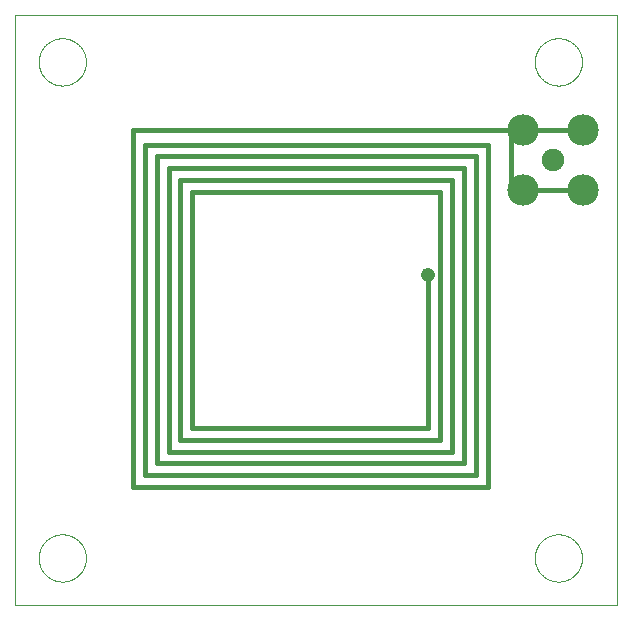
<source format=gtl>
G75*
%MOIN*%
%OFA0B0*%
%FSLAX25Y25*%
%IPPOS*%
%LPD*%
%AMOC8*
5,1,8,0,0,1.08239X$1,22.5*
%
%ADD10C,0.00000*%
%ADD11C,0.07500*%
%ADD12C,0.10500*%
%ADD13C,0.01600*%
%ADD14C,0.04756*%
D10*
X0001000Y0001000D02*
X0001000Y0197850D01*
X0201787Y0197850D01*
X0201787Y0001000D01*
X0001000Y0001000D01*
X0008874Y0016748D02*
X0008876Y0016941D01*
X0008883Y0017134D01*
X0008895Y0017327D01*
X0008912Y0017520D01*
X0008933Y0017712D01*
X0008959Y0017903D01*
X0008990Y0018094D01*
X0009025Y0018284D01*
X0009065Y0018473D01*
X0009110Y0018661D01*
X0009159Y0018848D01*
X0009213Y0019034D01*
X0009271Y0019218D01*
X0009334Y0019401D01*
X0009402Y0019582D01*
X0009473Y0019761D01*
X0009550Y0019939D01*
X0009630Y0020115D01*
X0009715Y0020288D01*
X0009804Y0020460D01*
X0009897Y0020629D01*
X0009994Y0020796D01*
X0010096Y0020961D01*
X0010201Y0021123D01*
X0010310Y0021282D01*
X0010424Y0021439D01*
X0010541Y0021592D01*
X0010661Y0021743D01*
X0010786Y0021891D01*
X0010914Y0022036D01*
X0011045Y0022177D01*
X0011180Y0022316D01*
X0011319Y0022451D01*
X0011460Y0022582D01*
X0011605Y0022710D01*
X0011753Y0022835D01*
X0011904Y0022955D01*
X0012057Y0023072D01*
X0012214Y0023186D01*
X0012373Y0023295D01*
X0012535Y0023400D01*
X0012700Y0023502D01*
X0012867Y0023599D01*
X0013036Y0023692D01*
X0013208Y0023781D01*
X0013381Y0023866D01*
X0013557Y0023946D01*
X0013735Y0024023D01*
X0013914Y0024094D01*
X0014095Y0024162D01*
X0014278Y0024225D01*
X0014462Y0024283D01*
X0014648Y0024337D01*
X0014835Y0024386D01*
X0015023Y0024431D01*
X0015212Y0024471D01*
X0015402Y0024506D01*
X0015593Y0024537D01*
X0015784Y0024563D01*
X0015976Y0024584D01*
X0016169Y0024601D01*
X0016362Y0024613D01*
X0016555Y0024620D01*
X0016748Y0024622D01*
X0016941Y0024620D01*
X0017134Y0024613D01*
X0017327Y0024601D01*
X0017520Y0024584D01*
X0017712Y0024563D01*
X0017903Y0024537D01*
X0018094Y0024506D01*
X0018284Y0024471D01*
X0018473Y0024431D01*
X0018661Y0024386D01*
X0018848Y0024337D01*
X0019034Y0024283D01*
X0019218Y0024225D01*
X0019401Y0024162D01*
X0019582Y0024094D01*
X0019761Y0024023D01*
X0019939Y0023946D01*
X0020115Y0023866D01*
X0020288Y0023781D01*
X0020460Y0023692D01*
X0020629Y0023599D01*
X0020796Y0023502D01*
X0020961Y0023400D01*
X0021123Y0023295D01*
X0021282Y0023186D01*
X0021439Y0023072D01*
X0021592Y0022955D01*
X0021743Y0022835D01*
X0021891Y0022710D01*
X0022036Y0022582D01*
X0022177Y0022451D01*
X0022316Y0022316D01*
X0022451Y0022177D01*
X0022582Y0022036D01*
X0022710Y0021891D01*
X0022835Y0021743D01*
X0022955Y0021592D01*
X0023072Y0021439D01*
X0023186Y0021282D01*
X0023295Y0021123D01*
X0023400Y0020961D01*
X0023502Y0020796D01*
X0023599Y0020629D01*
X0023692Y0020460D01*
X0023781Y0020288D01*
X0023866Y0020115D01*
X0023946Y0019939D01*
X0024023Y0019761D01*
X0024094Y0019582D01*
X0024162Y0019401D01*
X0024225Y0019218D01*
X0024283Y0019034D01*
X0024337Y0018848D01*
X0024386Y0018661D01*
X0024431Y0018473D01*
X0024471Y0018284D01*
X0024506Y0018094D01*
X0024537Y0017903D01*
X0024563Y0017712D01*
X0024584Y0017520D01*
X0024601Y0017327D01*
X0024613Y0017134D01*
X0024620Y0016941D01*
X0024622Y0016748D01*
X0024620Y0016555D01*
X0024613Y0016362D01*
X0024601Y0016169D01*
X0024584Y0015976D01*
X0024563Y0015784D01*
X0024537Y0015593D01*
X0024506Y0015402D01*
X0024471Y0015212D01*
X0024431Y0015023D01*
X0024386Y0014835D01*
X0024337Y0014648D01*
X0024283Y0014462D01*
X0024225Y0014278D01*
X0024162Y0014095D01*
X0024094Y0013914D01*
X0024023Y0013735D01*
X0023946Y0013557D01*
X0023866Y0013381D01*
X0023781Y0013208D01*
X0023692Y0013036D01*
X0023599Y0012867D01*
X0023502Y0012700D01*
X0023400Y0012535D01*
X0023295Y0012373D01*
X0023186Y0012214D01*
X0023072Y0012057D01*
X0022955Y0011904D01*
X0022835Y0011753D01*
X0022710Y0011605D01*
X0022582Y0011460D01*
X0022451Y0011319D01*
X0022316Y0011180D01*
X0022177Y0011045D01*
X0022036Y0010914D01*
X0021891Y0010786D01*
X0021743Y0010661D01*
X0021592Y0010541D01*
X0021439Y0010424D01*
X0021282Y0010310D01*
X0021123Y0010201D01*
X0020961Y0010096D01*
X0020796Y0009994D01*
X0020629Y0009897D01*
X0020460Y0009804D01*
X0020288Y0009715D01*
X0020115Y0009630D01*
X0019939Y0009550D01*
X0019761Y0009473D01*
X0019582Y0009402D01*
X0019401Y0009334D01*
X0019218Y0009271D01*
X0019034Y0009213D01*
X0018848Y0009159D01*
X0018661Y0009110D01*
X0018473Y0009065D01*
X0018284Y0009025D01*
X0018094Y0008990D01*
X0017903Y0008959D01*
X0017712Y0008933D01*
X0017520Y0008912D01*
X0017327Y0008895D01*
X0017134Y0008883D01*
X0016941Y0008876D01*
X0016748Y0008874D01*
X0016555Y0008876D01*
X0016362Y0008883D01*
X0016169Y0008895D01*
X0015976Y0008912D01*
X0015784Y0008933D01*
X0015593Y0008959D01*
X0015402Y0008990D01*
X0015212Y0009025D01*
X0015023Y0009065D01*
X0014835Y0009110D01*
X0014648Y0009159D01*
X0014462Y0009213D01*
X0014278Y0009271D01*
X0014095Y0009334D01*
X0013914Y0009402D01*
X0013735Y0009473D01*
X0013557Y0009550D01*
X0013381Y0009630D01*
X0013208Y0009715D01*
X0013036Y0009804D01*
X0012867Y0009897D01*
X0012700Y0009994D01*
X0012535Y0010096D01*
X0012373Y0010201D01*
X0012214Y0010310D01*
X0012057Y0010424D01*
X0011904Y0010541D01*
X0011753Y0010661D01*
X0011605Y0010786D01*
X0011460Y0010914D01*
X0011319Y0011045D01*
X0011180Y0011180D01*
X0011045Y0011319D01*
X0010914Y0011460D01*
X0010786Y0011605D01*
X0010661Y0011753D01*
X0010541Y0011904D01*
X0010424Y0012057D01*
X0010310Y0012214D01*
X0010201Y0012373D01*
X0010096Y0012535D01*
X0009994Y0012700D01*
X0009897Y0012867D01*
X0009804Y0013036D01*
X0009715Y0013208D01*
X0009630Y0013381D01*
X0009550Y0013557D01*
X0009473Y0013735D01*
X0009402Y0013914D01*
X0009334Y0014095D01*
X0009271Y0014278D01*
X0009213Y0014462D01*
X0009159Y0014648D01*
X0009110Y0014835D01*
X0009065Y0015023D01*
X0009025Y0015212D01*
X0008990Y0015402D01*
X0008959Y0015593D01*
X0008933Y0015784D01*
X0008912Y0015976D01*
X0008895Y0016169D01*
X0008883Y0016362D01*
X0008876Y0016555D01*
X0008874Y0016748D01*
X0174228Y0016748D02*
X0174230Y0016941D01*
X0174237Y0017134D01*
X0174249Y0017327D01*
X0174266Y0017520D01*
X0174287Y0017712D01*
X0174313Y0017903D01*
X0174344Y0018094D01*
X0174379Y0018284D01*
X0174419Y0018473D01*
X0174464Y0018661D01*
X0174513Y0018848D01*
X0174567Y0019034D01*
X0174625Y0019218D01*
X0174688Y0019401D01*
X0174756Y0019582D01*
X0174827Y0019761D01*
X0174904Y0019939D01*
X0174984Y0020115D01*
X0175069Y0020288D01*
X0175158Y0020460D01*
X0175251Y0020629D01*
X0175348Y0020796D01*
X0175450Y0020961D01*
X0175555Y0021123D01*
X0175664Y0021282D01*
X0175778Y0021439D01*
X0175895Y0021592D01*
X0176015Y0021743D01*
X0176140Y0021891D01*
X0176268Y0022036D01*
X0176399Y0022177D01*
X0176534Y0022316D01*
X0176673Y0022451D01*
X0176814Y0022582D01*
X0176959Y0022710D01*
X0177107Y0022835D01*
X0177258Y0022955D01*
X0177411Y0023072D01*
X0177568Y0023186D01*
X0177727Y0023295D01*
X0177889Y0023400D01*
X0178054Y0023502D01*
X0178221Y0023599D01*
X0178390Y0023692D01*
X0178562Y0023781D01*
X0178735Y0023866D01*
X0178911Y0023946D01*
X0179089Y0024023D01*
X0179268Y0024094D01*
X0179449Y0024162D01*
X0179632Y0024225D01*
X0179816Y0024283D01*
X0180002Y0024337D01*
X0180189Y0024386D01*
X0180377Y0024431D01*
X0180566Y0024471D01*
X0180756Y0024506D01*
X0180947Y0024537D01*
X0181138Y0024563D01*
X0181330Y0024584D01*
X0181523Y0024601D01*
X0181716Y0024613D01*
X0181909Y0024620D01*
X0182102Y0024622D01*
X0182295Y0024620D01*
X0182488Y0024613D01*
X0182681Y0024601D01*
X0182874Y0024584D01*
X0183066Y0024563D01*
X0183257Y0024537D01*
X0183448Y0024506D01*
X0183638Y0024471D01*
X0183827Y0024431D01*
X0184015Y0024386D01*
X0184202Y0024337D01*
X0184388Y0024283D01*
X0184572Y0024225D01*
X0184755Y0024162D01*
X0184936Y0024094D01*
X0185115Y0024023D01*
X0185293Y0023946D01*
X0185469Y0023866D01*
X0185642Y0023781D01*
X0185814Y0023692D01*
X0185983Y0023599D01*
X0186150Y0023502D01*
X0186315Y0023400D01*
X0186477Y0023295D01*
X0186636Y0023186D01*
X0186793Y0023072D01*
X0186946Y0022955D01*
X0187097Y0022835D01*
X0187245Y0022710D01*
X0187390Y0022582D01*
X0187531Y0022451D01*
X0187670Y0022316D01*
X0187805Y0022177D01*
X0187936Y0022036D01*
X0188064Y0021891D01*
X0188189Y0021743D01*
X0188309Y0021592D01*
X0188426Y0021439D01*
X0188540Y0021282D01*
X0188649Y0021123D01*
X0188754Y0020961D01*
X0188856Y0020796D01*
X0188953Y0020629D01*
X0189046Y0020460D01*
X0189135Y0020288D01*
X0189220Y0020115D01*
X0189300Y0019939D01*
X0189377Y0019761D01*
X0189448Y0019582D01*
X0189516Y0019401D01*
X0189579Y0019218D01*
X0189637Y0019034D01*
X0189691Y0018848D01*
X0189740Y0018661D01*
X0189785Y0018473D01*
X0189825Y0018284D01*
X0189860Y0018094D01*
X0189891Y0017903D01*
X0189917Y0017712D01*
X0189938Y0017520D01*
X0189955Y0017327D01*
X0189967Y0017134D01*
X0189974Y0016941D01*
X0189976Y0016748D01*
X0189974Y0016555D01*
X0189967Y0016362D01*
X0189955Y0016169D01*
X0189938Y0015976D01*
X0189917Y0015784D01*
X0189891Y0015593D01*
X0189860Y0015402D01*
X0189825Y0015212D01*
X0189785Y0015023D01*
X0189740Y0014835D01*
X0189691Y0014648D01*
X0189637Y0014462D01*
X0189579Y0014278D01*
X0189516Y0014095D01*
X0189448Y0013914D01*
X0189377Y0013735D01*
X0189300Y0013557D01*
X0189220Y0013381D01*
X0189135Y0013208D01*
X0189046Y0013036D01*
X0188953Y0012867D01*
X0188856Y0012700D01*
X0188754Y0012535D01*
X0188649Y0012373D01*
X0188540Y0012214D01*
X0188426Y0012057D01*
X0188309Y0011904D01*
X0188189Y0011753D01*
X0188064Y0011605D01*
X0187936Y0011460D01*
X0187805Y0011319D01*
X0187670Y0011180D01*
X0187531Y0011045D01*
X0187390Y0010914D01*
X0187245Y0010786D01*
X0187097Y0010661D01*
X0186946Y0010541D01*
X0186793Y0010424D01*
X0186636Y0010310D01*
X0186477Y0010201D01*
X0186315Y0010096D01*
X0186150Y0009994D01*
X0185983Y0009897D01*
X0185814Y0009804D01*
X0185642Y0009715D01*
X0185469Y0009630D01*
X0185293Y0009550D01*
X0185115Y0009473D01*
X0184936Y0009402D01*
X0184755Y0009334D01*
X0184572Y0009271D01*
X0184388Y0009213D01*
X0184202Y0009159D01*
X0184015Y0009110D01*
X0183827Y0009065D01*
X0183638Y0009025D01*
X0183448Y0008990D01*
X0183257Y0008959D01*
X0183066Y0008933D01*
X0182874Y0008912D01*
X0182681Y0008895D01*
X0182488Y0008883D01*
X0182295Y0008876D01*
X0182102Y0008874D01*
X0181909Y0008876D01*
X0181716Y0008883D01*
X0181523Y0008895D01*
X0181330Y0008912D01*
X0181138Y0008933D01*
X0180947Y0008959D01*
X0180756Y0008990D01*
X0180566Y0009025D01*
X0180377Y0009065D01*
X0180189Y0009110D01*
X0180002Y0009159D01*
X0179816Y0009213D01*
X0179632Y0009271D01*
X0179449Y0009334D01*
X0179268Y0009402D01*
X0179089Y0009473D01*
X0178911Y0009550D01*
X0178735Y0009630D01*
X0178562Y0009715D01*
X0178390Y0009804D01*
X0178221Y0009897D01*
X0178054Y0009994D01*
X0177889Y0010096D01*
X0177727Y0010201D01*
X0177568Y0010310D01*
X0177411Y0010424D01*
X0177258Y0010541D01*
X0177107Y0010661D01*
X0176959Y0010786D01*
X0176814Y0010914D01*
X0176673Y0011045D01*
X0176534Y0011180D01*
X0176399Y0011319D01*
X0176268Y0011460D01*
X0176140Y0011605D01*
X0176015Y0011753D01*
X0175895Y0011904D01*
X0175778Y0012057D01*
X0175664Y0012214D01*
X0175555Y0012373D01*
X0175450Y0012535D01*
X0175348Y0012700D01*
X0175251Y0012867D01*
X0175158Y0013036D01*
X0175069Y0013208D01*
X0174984Y0013381D01*
X0174904Y0013557D01*
X0174827Y0013735D01*
X0174756Y0013914D01*
X0174688Y0014095D01*
X0174625Y0014278D01*
X0174567Y0014462D01*
X0174513Y0014648D01*
X0174464Y0014835D01*
X0174419Y0015023D01*
X0174379Y0015212D01*
X0174344Y0015402D01*
X0174313Y0015593D01*
X0174287Y0015784D01*
X0174266Y0015976D01*
X0174249Y0016169D01*
X0174237Y0016362D01*
X0174230Y0016555D01*
X0174228Y0016748D01*
X0174228Y0182102D02*
X0174230Y0182295D01*
X0174237Y0182488D01*
X0174249Y0182681D01*
X0174266Y0182874D01*
X0174287Y0183066D01*
X0174313Y0183257D01*
X0174344Y0183448D01*
X0174379Y0183638D01*
X0174419Y0183827D01*
X0174464Y0184015D01*
X0174513Y0184202D01*
X0174567Y0184388D01*
X0174625Y0184572D01*
X0174688Y0184755D01*
X0174756Y0184936D01*
X0174827Y0185115D01*
X0174904Y0185293D01*
X0174984Y0185469D01*
X0175069Y0185642D01*
X0175158Y0185814D01*
X0175251Y0185983D01*
X0175348Y0186150D01*
X0175450Y0186315D01*
X0175555Y0186477D01*
X0175664Y0186636D01*
X0175778Y0186793D01*
X0175895Y0186946D01*
X0176015Y0187097D01*
X0176140Y0187245D01*
X0176268Y0187390D01*
X0176399Y0187531D01*
X0176534Y0187670D01*
X0176673Y0187805D01*
X0176814Y0187936D01*
X0176959Y0188064D01*
X0177107Y0188189D01*
X0177258Y0188309D01*
X0177411Y0188426D01*
X0177568Y0188540D01*
X0177727Y0188649D01*
X0177889Y0188754D01*
X0178054Y0188856D01*
X0178221Y0188953D01*
X0178390Y0189046D01*
X0178562Y0189135D01*
X0178735Y0189220D01*
X0178911Y0189300D01*
X0179089Y0189377D01*
X0179268Y0189448D01*
X0179449Y0189516D01*
X0179632Y0189579D01*
X0179816Y0189637D01*
X0180002Y0189691D01*
X0180189Y0189740D01*
X0180377Y0189785D01*
X0180566Y0189825D01*
X0180756Y0189860D01*
X0180947Y0189891D01*
X0181138Y0189917D01*
X0181330Y0189938D01*
X0181523Y0189955D01*
X0181716Y0189967D01*
X0181909Y0189974D01*
X0182102Y0189976D01*
X0182295Y0189974D01*
X0182488Y0189967D01*
X0182681Y0189955D01*
X0182874Y0189938D01*
X0183066Y0189917D01*
X0183257Y0189891D01*
X0183448Y0189860D01*
X0183638Y0189825D01*
X0183827Y0189785D01*
X0184015Y0189740D01*
X0184202Y0189691D01*
X0184388Y0189637D01*
X0184572Y0189579D01*
X0184755Y0189516D01*
X0184936Y0189448D01*
X0185115Y0189377D01*
X0185293Y0189300D01*
X0185469Y0189220D01*
X0185642Y0189135D01*
X0185814Y0189046D01*
X0185983Y0188953D01*
X0186150Y0188856D01*
X0186315Y0188754D01*
X0186477Y0188649D01*
X0186636Y0188540D01*
X0186793Y0188426D01*
X0186946Y0188309D01*
X0187097Y0188189D01*
X0187245Y0188064D01*
X0187390Y0187936D01*
X0187531Y0187805D01*
X0187670Y0187670D01*
X0187805Y0187531D01*
X0187936Y0187390D01*
X0188064Y0187245D01*
X0188189Y0187097D01*
X0188309Y0186946D01*
X0188426Y0186793D01*
X0188540Y0186636D01*
X0188649Y0186477D01*
X0188754Y0186315D01*
X0188856Y0186150D01*
X0188953Y0185983D01*
X0189046Y0185814D01*
X0189135Y0185642D01*
X0189220Y0185469D01*
X0189300Y0185293D01*
X0189377Y0185115D01*
X0189448Y0184936D01*
X0189516Y0184755D01*
X0189579Y0184572D01*
X0189637Y0184388D01*
X0189691Y0184202D01*
X0189740Y0184015D01*
X0189785Y0183827D01*
X0189825Y0183638D01*
X0189860Y0183448D01*
X0189891Y0183257D01*
X0189917Y0183066D01*
X0189938Y0182874D01*
X0189955Y0182681D01*
X0189967Y0182488D01*
X0189974Y0182295D01*
X0189976Y0182102D01*
X0189974Y0181909D01*
X0189967Y0181716D01*
X0189955Y0181523D01*
X0189938Y0181330D01*
X0189917Y0181138D01*
X0189891Y0180947D01*
X0189860Y0180756D01*
X0189825Y0180566D01*
X0189785Y0180377D01*
X0189740Y0180189D01*
X0189691Y0180002D01*
X0189637Y0179816D01*
X0189579Y0179632D01*
X0189516Y0179449D01*
X0189448Y0179268D01*
X0189377Y0179089D01*
X0189300Y0178911D01*
X0189220Y0178735D01*
X0189135Y0178562D01*
X0189046Y0178390D01*
X0188953Y0178221D01*
X0188856Y0178054D01*
X0188754Y0177889D01*
X0188649Y0177727D01*
X0188540Y0177568D01*
X0188426Y0177411D01*
X0188309Y0177258D01*
X0188189Y0177107D01*
X0188064Y0176959D01*
X0187936Y0176814D01*
X0187805Y0176673D01*
X0187670Y0176534D01*
X0187531Y0176399D01*
X0187390Y0176268D01*
X0187245Y0176140D01*
X0187097Y0176015D01*
X0186946Y0175895D01*
X0186793Y0175778D01*
X0186636Y0175664D01*
X0186477Y0175555D01*
X0186315Y0175450D01*
X0186150Y0175348D01*
X0185983Y0175251D01*
X0185814Y0175158D01*
X0185642Y0175069D01*
X0185469Y0174984D01*
X0185293Y0174904D01*
X0185115Y0174827D01*
X0184936Y0174756D01*
X0184755Y0174688D01*
X0184572Y0174625D01*
X0184388Y0174567D01*
X0184202Y0174513D01*
X0184015Y0174464D01*
X0183827Y0174419D01*
X0183638Y0174379D01*
X0183448Y0174344D01*
X0183257Y0174313D01*
X0183066Y0174287D01*
X0182874Y0174266D01*
X0182681Y0174249D01*
X0182488Y0174237D01*
X0182295Y0174230D01*
X0182102Y0174228D01*
X0181909Y0174230D01*
X0181716Y0174237D01*
X0181523Y0174249D01*
X0181330Y0174266D01*
X0181138Y0174287D01*
X0180947Y0174313D01*
X0180756Y0174344D01*
X0180566Y0174379D01*
X0180377Y0174419D01*
X0180189Y0174464D01*
X0180002Y0174513D01*
X0179816Y0174567D01*
X0179632Y0174625D01*
X0179449Y0174688D01*
X0179268Y0174756D01*
X0179089Y0174827D01*
X0178911Y0174904D01*
X0178735Y0174984D01*
X0178562Y0175069D01*
X0178390Y0175158D01*
X0178221Y0175251D01*
X0178054Y0175348D01*
X0177889Y0175450D01*
X0177727Y0175555D01*
X0177568Y0175664D01*
X0177411Y0175778D01*
X0177258Y0175895D01*
X0177107Y0176015D01*
X0176959Y0176140D01*
X0176814Y0176268D01*
X0176673Y0176399D01*
X0176534Y0176534D01*
X0176399Y0176673D01*
X0176268Y0176814D01*
X0176140Y0176959D01*
X0176015Y0177107D01*
X0175895Y0177258D01*
X0175778Y0177411D01*
X0175664Y0177568D01*
X0175555Y0177727D01*
X0175450Y0177889D01*
X0175348Y0178054D01*
X0175251Y0178221D01*
X0175158Y0178390D01*
X0175069Y0178562D01*
X0174984Y0178735D01*
X0174904Y0178911D01*
X0174827Y0179089D01*
X0174756Y0179268D01*
X0174688Y0179449D01*
X0174625Y0179632D01*
X0174567Y0179816D01*
X0174513Y0180002D01*
X0174464Y0180189D01*
X0174419Y0180377D01*
X0174379Y0180566D01*
X0174344Y0180756D01*
X0174313Y0180947D01*
X0174287Y0181138D01*
X0174266Y0181330D01*
X0174249Y0181523D01*
X0174237Y0181716D01*
X0174230Y0181909D01*
X0174228Y0182102D01*
X0008874Y0182102D02*
X0008876Y0182295D01*
X0008883Y0182488D01*
X0008895Y0182681D01*
X0008912Y0182874D01*
X0008933Y0183066D01*
X0008959Y0183257D01*
X0008990Y0183448D01*
X0009025Y0183638D01*
X0009065Y0183827D01*
X0009110Y0184015D01*
X0009159Y0184202D01*
X0009213Y0184388D01*
X0009271Y0184572D01*
X0009334Y0184755D01*
X0009402Y0184936D01*
X0009473Y0185115D01*
X0009550Y0185293D01*
X0009630Y0185469D01*
X0009715Y0185642D01*
X0009804Y0185814D01*
X0009897Y0185983D01*
X0009994Y0186150D01*
X0010096Y0186315D01*
X0010201Y0186477D01*
X0010310Y0186636D01*
X0010424Y0186793D01*
X0010541Y0186946D01*
X0010661Y0187097D01*
X0010786Y0187245D01*
X0010914Y0187390D01*
X0011045Y0187531D01*
X0011180Y0187670D01*
X0011319Y0187805D01*
X0011460Y0187936D01*
X0011605Y0188064D01*
X0011753Y0188189D01*
X0011904Y0188309D01*
X0012057Y0188426D01*
X0012214Y0188540D01*
X0012373Y0188649D01*
X0012535Y0188754D01*
X0012700Y0188856D01*
X0012867Y0188953D01*
X0013036Y0189046D01*
X0013208Y0189135D01*
X0013381Y0189220D01*
X0013557Y0189300D01*
X0013735Y0189377D01*
X0013914Y0189448D01*
X0014095Y0189516D01*
X0014278Y0189579D01*
X0014462Y0189637D01*
X0014648Y0189691D01*
X0014835Y0189740D01*
X0015023Y0189785D01*
X0015212Y0189825D01*
X0015402Y0189860D01*
X0015593Y0189891D01*
X0015784Y0189917D01*
X0015976Y0189938D01*
X0016169Y0189955D01*
X0016362Y0189967D01*
X0016555Y0189974D01*
X0016748Y0189976D01*
X0016941Y0189974D01*
X0017134Y0189967D01*
X0017327Y0189955D01*
X0017520Y0189938D01*
X0017712Y0189917D01*
X0017903Y0189891D01*
X0018094Y0189860D01*
X0018284Y0189825D01*
X0018473Y0189785D01*
X0018661Y0189740D01*
X0018848Y0189691D01*
X0019034Y0189637D01*
X0019218Y0189579D01*
X0019401Y0189516D01*
X0019582Y0189448D01*
X0019761Y0189377D01*
X0019939Y0189300D01*
X0020115Y0189220D01*
X0020288Y0189135D01*
X0020460Y0189046D01*
X0020629Y0188953D01*
X0020796Y0188856D01*
X0020961Y0188754D01*
X0021123Y0188649D01*
X0021282Y0188540D01*
X0021439Y0188426D01*
X0021592Y0188309D01*
X0021743Y0188189D01*
X0021891Y0188064D01*
X0022036Y0187936D01*
X0022177Y0187805D01*
X0022316Y0187670D01*
X0022451Y0187531D01*
X0022582Y0187390D01*
X0022710Y0187245D01*
X0022835Y0187097D01*
X0022955Y0186946D01*
X0023072Y0186793D01*
X0023186Y0186636D01*
X0023295Y0186477D01*
X0023400Y0186315D01*
X0023502Y0186150D01*
X0023599Y0185983D01*
X0023692Y0185814D01*
X0023781Y0185642D01*
X0023866Y0185469D01*
X0023946Y0185293D01*
X0024023Y0185115D01*
X0024094Y0184936D01*
X0024162Y0184755D01*
X0024225Y0184572D01*
X0024283Y0184388D01*
X0024337Y0184202D01*
X0024386Y0184015D01*
X0024431Y0183827D01*
X0024471Y0183638D01*
X0024506Y0183448D01*
X0024537Y0183257D01*
X0024563Y0183066D01*
X0024584Y0182874D01*
X0024601Y0182681D01*
X0024613Y0182488D01*
X0024620Y0182295D01*
X0024622Y0182102D01*
X0024620Y0181909D01*
X0024613Y0181716D01*
X0024601Y0181523D01*
X0024584Y0181330D01*
X0024563Y0181138D01*
X0024537Y0180947D01*
X0024506Y0180756D01*
X0024471Y0180566D01*
X0024431Y0180377D01*
X0024386Y0180189D01*
X0024337Y0180002D01*
X0024283Y0179816D01*
X0024225Y0179632D01*
X0024162Y0179449D01*
X0024094Y0179268D01*
X0024023Y0179089D01*
X0023946Y0178911D01*
X0023866Y0178735D01*
X0023781Y0178562D01*
X0023692Y0178390D01*
X0023599Y0178221D01*
X0023502Y0178054D01*
X0023400Y0177889D01*
X0023295Y0177727D01*
X0023186Y0177568D01*
X0023072Y0177411D01*
X0022955Y0177258D01*
X0022835Y0177107D01*
X0022710Y0176959D01*
X0022582Y0176814D01*
X0022451Y0176673D01*
X0022316Y0176534D01*
X0022177Y0176399D01*
X0022036Y0176268D01*
X0021891Y0176140D01*
X0021743Y0176015D01*
X0021592Y0175895D01*
X0021439Y0175778D01*
X0021282Y0175664D01*
X0021123Y0175555D01*
X0020961Y0175450D01*
X0020796Y0175348D01*
X0020629Y0175251D01*
X0020460Y0175158D01*
X0020288Y0175069D01*
X0020115Y0174984D01*
X0019939Y0174904D01*
X0019761Y0174827D01*
X0019582Y0174756D01*
X0019401Y0174688D01*
X0019218Y0174625D01*
X0019034Y0174567D01*
X0018848Y0174513D01*
X0018661Y0174464D01*
X0018473Y0174419D01*
X0018284Y0174379D01*
X0018094Y0174344D01*
X0017903Y0174313D01*
X0017712Y0174287D01*
X0017520Y0174266D01*
X0017327Y0174249D01*
X0017134Y0174237D01*
X0016941Y0174230D01*
X0016748Y0174228D01*
X0016555Y0174230D01*
X0016362Y0174237D01*
X0016169Y0174249D01*
X0015976Y0174266D01*
X0015784Y0174287D01*
X0015593Y0174313D01*
X0015402Y0174344D01*
X0015212Y0174379D01*
X0015023Y0174419D01*
X0014835Y0174464D01*
X0014648Y0174513D01*
X0014462Y0174567D01*
X0014278Y0174625D01*
X0014095Y0174688D01*
X0013914Y0174756D01*
X0013735Y0174827D01*
X0013557Y0174904D01*
X0013381Y0174984D01*
X0013208Y0175069D01*
X0013036Y0175158D01*
X0012867Y0175251D01*
X0012700Y0175348D01*
X0012535Y0175450D01*
X0012373Y0175555D01*
X0012214Y0175664D01*
X0012057Y0175778D01*
X0011904Y0175895D01*
X0011753Y0176015D01*
X0011605Y0176140D01*
X0011460Y0176268D01*
X0011319Y0176399D01*
X0011180Y0176534D01*
X0011045Y0176673D01*
X0010914Y0176814D01*
X0010786Y0176959D01*
X0010661Y0177107D01*
X0010541Y0177258D01*
X0010424Y0177411D01*
X0010310Y0177568D01*
X0010201Y0177727D01*
X0010096Y0177889D01*
X0009994Y0178054D01*
X0009897Y0178221D01*
X0009804Y0178390D01*
X0009715Y0178562D01*
X0009630Y0178735D01*
X0009550Y0178911D01*
X0009473Y0179089D01*
X0009402Y0179268D01*
X0009334Y0179449D01*
X0009271Y0179632D01*
X0009213Y0179816D01*
X0009159Y0180002D01*
X0009110Y0180189D01*
X0009065Y0180377D01*
X0009025Y0180566D01*
X0008990Y0180756D01*
X0008959Y0180947D01*
X0008933Y0181138D01*
X0008912Y0181330D01*
X0008895Y0181523D01*
X0008883Y0181716D01*
X0008876Y0181909D01*
X0008874Y0182102D01*
D11*
X0180331Y0149386D03*
D12*
X0190370Y0159425D03*
X0170292Y0159425D03*
X0170292Y0139347D03*
X0190370Y0139347D03*
D13*
X0166354Y0139347D01*
X0166354Y0158480D01*
X0166355Y0158480D01*
X0170292Y0159425D01*
X0190370Y0159425D01*
X0170292Y0159425D02*
X0040370Y0159425D01*
X0040370Y0040370D01*
X0158480Y0040370D01*
X0158480Y0154543D01*
X0044307Y0154543D01*
X0044307Y0044307D01*
X0154543Y0044307D01*
X0154543Y0150606D01*
X0048244Y0150606D01*
X0048244Y0048244D01*
X0150606Y0048244D01*
X0150606Y0146669D01*
X0052181Y0146669D01*
X0052181Y0052181D01*
X0146669Y0052181D01*
X0146669Y0142732D01*
X0056118Y0142732D01*
X0056118Y0056118D01*
X0142732Y0056118D01*
X0142732Y0138795D01*
X0060055Y0138795D01*
X0060055Y0060055D01*
X0138795Y0060055D01*
X0138795Y0111236D01*
D14*
X0138795Y0111236D03*
M02*

</source>
